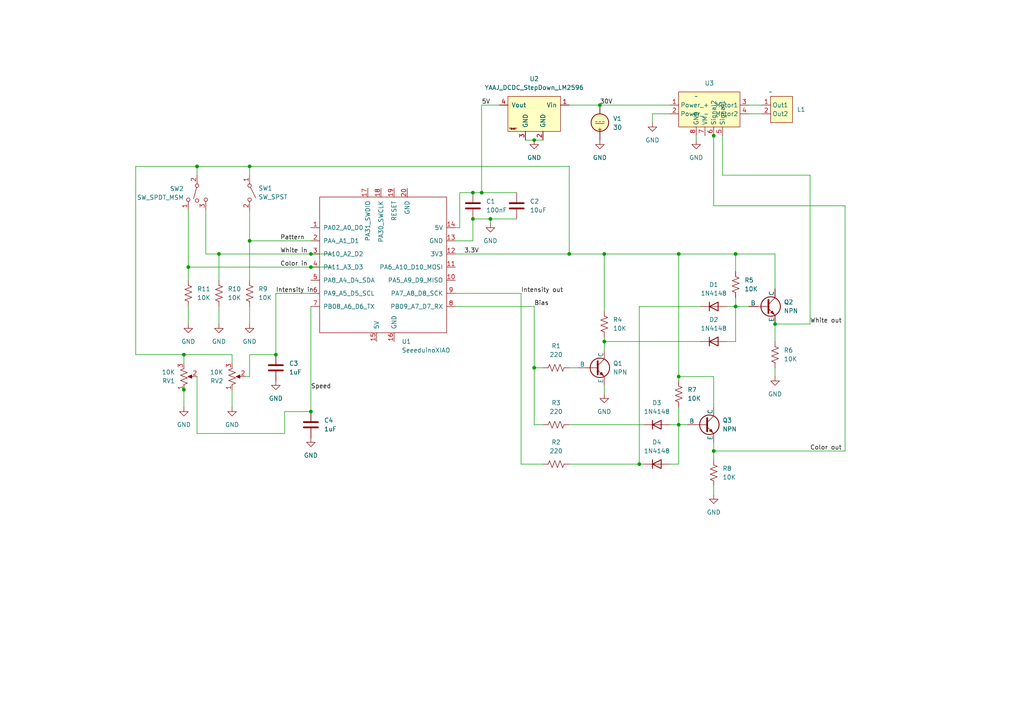
<source format=kicad_sch>
(kicad_sch (version 20230121) (generator eeschema)
  (paper "A4")
  (lib_symbols
    (symbol "Adafruit DRV8871:DRV_8871"
      (property "Reference" "U" (at 2.54 2.54 0))
      (symbol "DRV_8871_1_1"
        (rectangle (start -12.7 1.27) (end 5.08 -8.89) (fill (type background)))
        (pin power_in line (at 7.62 -2.54 180) (length 2.54) (name "Power_+") (number "1"))
        (pin power_in line (at 7.62 -5.08 180) (length 2.54) (name "Power_-") (number "2"))
        (pin power_out line (at -15.24 -2.54 0) (length 2.54) (name "Motor1") (number "3"))
        (pin power_out line (at -15.24 -5.08 0) (length 2.54) (name "Motor2") (number "4"))
        (pin input line (at -7.62 -11.43 90) (length 2.54) (name "Signal1") (number "5"))
        (pin input line (at -5.08 -11.43 90) (length 2.54) (name "Signal2") (number "6"))
        (pin power_in line (at -2.54 -11.43 90) (length 2.54) (name "VM") (number "7"))
        (pin unspecified line (at 0 -11.43 90) (length 2.54) (name "GND") (number "8"))
      )
    )
    (symbol "Adafruit DRV8871:Load"
      (property "Reference" "L" (at 0 1.27 0))
      (symbol "Load_1_1"
        (rectangle (start 0 0) (end 6.35 -7.62) (fill (type background)))
        (pin power_out line (at -2.54 -2.54 0) (length 2.54) (name "Out1") (number "1"))
        (pin power_out line (at -2.54 -5.08 0) (length 2.54) (name "Out2") (number "2"))
      )
    )
    (symbol "Device:C" (pin_numbers hide) (pin_names (offset 0.254))
      (property "Reference" "C" (at 0.635 2.54 0))
      (property "Value" "C" (at 0.635 -2.54 0))
      (symbol "C_0_1"
        (polyline (pts (xy -2.032 -0.762) (xy 2.032 -0.762)) (stroke (width 0.508)))
        (polyline (pts (xy -2.032 0.762) (xy 2.032 0.762)) (stroke (width 0.508)))
      )
      (symbol "C_1_1"
        (pin passive line (at 0 3.81 270) (length 2.794) (name "~") (number "1"))
        (pin passive line (at 0 -3.81 90) (length 2.794) (name "~") (number "2"))
      )
    )
    (symbol "Device:R_Potentiometer_US" (pin_names (offset 1.016) hide)
      (property "Reference" "RV" (at -4.445 0 90))
      (property "Value" "R_Potentiometer_US" (at -2.54 0 90))
      (symbol "R_Potentiometer_US_0_1"
        (polyline (pts (xy 0 -2.286) (xy 0 -2.54)))
        (polyline (pts (xy 0 2.54) (xy 0 2.286)))
        (polyline (pts (xy 2.54 0) (xy 1.524 0)))
        (polyline (pts (xy 1.143 0) (xy 2.286 0.508) (xy 2.286 -0.508) (xy 1.143 0)) (fill (type outline)))
        (polyline (pts (xy 0 -0.762) (xy 1.016 -1.143) (xy 0 -1.524) (xy -1.016 -1.905) (xy 0 -2.286)))
        (polyline (pts (xy 0 0.762) (xy 1.016 0.381) (xy 0 0) (xy -1.016 -0.381) (xy 0 -0.762)))
        (polyline (pts (xy 0 2.286) (xy 1.016 1.905) (xy 0 1.524) (xy -1.016 1.143) (xy 0 0.762)))
      )
      (symbol "R_Potentiometer_US_1_1"
        (pin passive line (at 0 3.81 270) (length 1.27) (name "1") (number "1"))
        (pin passive line (at 3.81 0 180) (length 1.27) (name "2") (number "2"))
        (pin passive line (at 0 -3.81 90) (length 1.27) (name "3") (number "3"))
      )
    )
    (symbol "Device:R_US" (pin_numbers hide) (pin_names (offset 0))
      (property "Reference" "R" (at 2.54 0 90))
      (property "Value" "R_US" (at -2.54 0 90))
      (symbol "R_US_0_1"
        (polyline (pts (xy 0 -2.286) (xy 0 -2.54)))
        (polyline (pts (xy 0 2.286) (xy 0 2.54)))
        (polyline (pts (xy 0 -0.762) (xy 1.016 -1.143) (xy 0 -1.524) (xy -1.016 -1.905) (xy 0 -2.286)))
        (polyline (pts (xy 0 0.762) (xy 1.016 0.381) (xy 0 0) (xy -1.016 -0.381) (xy 0 -0.762)))
        (polyline (pts (xy 0 2.286) (xy 1.016 1.905) (xy 0 1.524) (xy -1.016 1.143) (xy 0 0.762)))
      )
      (symbol "R_US_1_1"
        (pin passive line (at 0 3.81 270) (length 1.27) (name "~") (number "1"))
        (pin passive line (at 0 -3.81 90) (length 1.27) (name "~") (number "2"))
      )
    )
    (symbol "Diode:1N4148" (pin_numbers hide) (pin_names hide)
      (property "Reference" "D" (at 0 2.54 0))
      (property "Value" "1N4148" (at 0 -2.54 0))
      (symbol "1N4148_0_1"
        (polyline (pts (xy -1.27 1.27) (xy -1.27 -1.27)) (stroke (width 0.254)))
        (polyline (pts (xy 1.27 0) (xy -1.27 0)))
        (polyline (pts (xy 1.27 1.27) (xy 1.27 -1.27) (xy -1.27 0) (xy 1.27 1.27)) (stroke (width 0.254)))
      )
      (symbol "1N4148_1_1"
        (pin passive line (at -3.81 0 0) (length 2.54) (name "K") (number "1"))
        (pin passive line (at 3.81 0 180) (length 2.54) (name "A") (number "2"))
      )
    )
    (symbol "Seeed Studio xiao samd21:SeeeduinoXIAO" (pin_names (offset 1.016))
      (property "Reference" "U" (at -19.05 22.86 0))
      (property "Value" "SeeeduinoXIAO" (at -12.7 21.59 0))
      (symbol "SeeeduinoXIAO_0_1"
        (rectangle (start -19.05 20.32) (end 17.78 -19.05))
      )
      (symbol "SeeeduinoXIAO_1_1"
        (pin unspecified line (at -21.59 11.43 0) (length 2.54) (name "PA02_A0_D0") (number "1"))
        (pin unspecified line (at 20.32 -3.81 180) (length 2.54) (name "PA5_A9_D9_MISO") (number "10"))
        (pin unspecified line (at 20.32 0 180) (length 2.54) (name "PA6_A10_D10_MOSI") (number "11"))
        (pin unspecified line (at 20.32 3.81 180) (length 2.54) (name "3V3") (number "12"))
        (pin unspecified line (at 20.32 7.62 180) (length 2.54) (name "GND") (number "13"))
        (pin unspecified line (at 20.32 11.43 180) (length 2.54) (name "5V") (number "14"))
        (pin input line (at -2.54 -21.59 90) (length 2.54) (name "5V") (number "15"))
        (pin input line (at 2.54 -21.59 90) (length 2.54) (name "GND") (number "16"))
        (pin input line (at -5.08 22.86 270) (length 2.54) (name "PA31_SWDIO") (number "17"))
        (pin input line (at -1.27 22.86 270) (length 2.54) (name "PA30_SWCLK") (number "18"))
        (pin input line (at 2.54 22.86 270) (length 2.54) (name "RESET") (number "19"))
        (pin unspecified line (at -21.59 7.62 0) (length 2.54) (name "PA4_A1_D1") (number "2"))
        (pin input line (at 6.35 22.86 270) (length 2.54) (name "GND") (number "20"))
        (pin unspecified line (at -21.59 3.81 0) (length 2.54) (name "PA10_A2_D2") (number "3"))
        (pin unspecified line (at -21.59 0 0) (length 2.54) (name "PA11_A3_D3") (number "4"))
        (pin unspecified line (at -21.59 -3.81 0) (length 2.54) (name "PA8_A4_D4_SDA") (number "5"))
        (pin unspecified line (at -21.59 -7.62 0) (length 2.54) (name "PA9_A5_D5_SCL") (number "6"))
        (pin unspecified line (at -21.59 -11.43 0) (length 2.54) (name "PB08_A6_D6_TX") (number "7"))
        (pin unspecified line (at 20.32 -11.43 180) (length 2.54) (name "PB09_A7_D7_RX") (number "8"))
        (pin unspecified line (at 20.32 -7.62 180) (length 2.54) (name "PA7_A8_D8_SCK") (number "9"))
      )
    )
    (symbol "Simulation_SPICE:NPN" (pin_numbers hide) (pin_names (offset 0))
      (property "Reference" "Q" (at -2.54 7.62 0))
      (property "Value" "NPN" (at -2.54 5.08 0))
      (symbol "NPN_0_1"
        (polyline (pts (xy -2.54 0) (xy 0.635 0)) (stroke (width 0.1524)))
        (polyline (pts (xy 0.635 0.635) (xy 2.54 2.54)))
        (polyline (pts (xy 2.794 -1.27) (xy 2.794 -1.27)) (stroke (width 0.1524)))
        (polyline (pts (xy 2.794 -1.27) (xy 2.794 -1.27)) (stroke (width 0.1524)))
        (polyline (pts (xy 0.635 -0.635) (xy 2.54 -2.54) (xy 2.54 -2.54)))
        (polyline (pts (xy 0.635 1.905) (xy 0.635 -1.905) (xy 0.635 -1.905)) (stroke (width 0.508)))
        (polyline (pts (xy 1.27 -1.778) (xy 1.778 -1.27) (xy 2.286 -2.286) (xy 1.27 -1.778) (xy 1.27 -1.778)) (fill (type outline)))
        (circle (center 1.27 0) (radius 2.8194) (stroke (width 0.254)))
      )
      (symbol "NPN_1_1"
        (pin open_collector line (at 2.54 5.08 270) (length 2.54) (name "C") (number "1"))
        (pin input line (at -5.08 0 0) (length 2.54) (name "B") (number "2"))
        (pin open_emitter line (at 2.54 -5.08 90) (length 2.54) (name "E") (number "3"))
      )
    )
    (symbol "Simulation_SPICE:VDC" (pin_numbers hide) (pin_names (offset 0.0254))
      (property "Reference" "V" (at 2.54 2.54 0))
      (property "Value" "1" (at 2.54 0 0))
      (symbol "VDC_0_0"
        (polyline (pts (xy -1.27 0.254) (xy 1.27 0.254)))
        (polyline (pts (xy -0.762 -0.254) (xy -1.27 -0.254)))
        (polyline (pts (xy 0.254 -0.254) (xy -0.254 -0.254)))
        (polyline (pts (xy 1.27 -0.254) (xy 0.762 -0.254)))
        (text "+" (at 0 1.905 0) (effects (font (size 1.27 1.27))))
      )
      (symbol "VDC_0_1"
        (circle (center 0 0) (radius 2.54) (stroke (width 0.254)) (fill (type background)))
      )
      (symbol "VDC_1_1"
        (pin passive line (at 0 5.08 270) (length 2.54) (name "~") (number "1"))
        (pin passive line (at 0 -5.08 90) (length 2.54) (name "~") (number "2"))
      )
    )
    (symbol "Switch:SW_SPDT_MSM" (pin_names (offset 0) hide)
      (property "Reference" "SW" (at 0 5.08 0))
      (property "Value" "SW_SPDT_MSM" (at 0 -5.08 0))
      (symbol "SW_SPDT_MSM_0_0"
        (circle (center -2.032 0) (radius 0.508))
        (polyline (pts (xy -1.524 0.127) (xy 1.778 1.016)))
        (circle (center 2.032 -2.54) (radius 0.508))
      )
      (symbol "SW_SPDT_MSM_0_1"
        (circle (center 2.032 2.54) (radius 0.508))
        (circle (center 2.286 0) (radius 0.508))
      )
      (symbol "SW_SPDT_MSM_1_1"
        (pin passive line (at 5.08 2.54 180) (length 2.54) (name "1") (number "1"))
        (pin passive line (at -5.08 0 0) (length 2.54) (name "2") (number "2"))
        (pin passive line (at 5.08 -2.54 180) (length 2.54) (name "3") (number "3"))
      )
    )
    (symbol "Switch:SW_SPST" (pin_names (offset 0) hide)
      (property "Reference" "SW" (at 0 3.175 0))
      (property "Value" "SW_SPST" (at 0 -2.54 0))
      (symbol "SW_SPST_0_0"
        (circle (center -2.032 0) (radius 0.508))
        (polyline (pts (xy -1.524 0.254) (xy 1.524 1.778)))
        (circle (center 2.032 0) (radius 0.508))
      )
      (symbol "SW_SPST_1_1"
        (pin passive line (at -5.08 0 0) (length 2.54) (name "A") (number "1"))
        (pin passive line (at 5.08 0 180) (length 2.54) (name "B") (number "2"))
      )
    )
    (symbol "lm2596-board:YAAJ_DCDC_StepDown_LM2596" (pin_names (offset 1.016))
      (property "Reference" "U" (at -5.08 6.35 0))
      (property "Value" "YAAJ_DCDC_StepDown_LM2596" (at 0 11.43 0))
      (symbol "YAAJ_DCDC_StepDown_LM2596_0_1"
        (rectangle (start -7.62 5.08) (end 7.62 -5.08) (fill (type background)))
      )
      (symbol "YAAJ_DCDC_StepDown_LM2596_1_1"
        (text "Y@@V" (at 6.1976 -4.2672 0) (effects (font (size 0.508 0.508))))
        (pin power_in line (at -10.16 2.54 0) (length 2.54) (name "Vin") (number "1"))
        (pin power_in line (at -2.54 -7.62 90) (length 2.54) (name "GND") (number "2"))
        (pin power_in line (at 2.54 -7.62 90) (length 2.54) (name "GND") (number "3"))
        (pin power_out line (at 10.16 2.54 180) (length 2.54) (name "Vout") (number "4"))
      )
    )
    (symbol "power:GND" (power) (pin_names (offset 0))
      (property "Value" "GND" (at 0 -3.81 0))
      (symbol "GND_0_1"
        (polyline (pts (xy 0 0) (xy 0 -1.27) (xy 1.27 -1.27) (xy 0 -2.54) (xy -1.27 -1.27) (xy 0 -1.27)))
      )
      (symbol "GND_1_1"
        (pin power_in line (at 0 0 270) (length 0) hide (name "GND") (number "1"))
      )
    )
  )
  (junction (at 137.16 63.5))
  (junction (at 213.36 73.66))
  (junction (at 90.17 119.38))
  (junction (at 53.34 102.87))
  (junction (at 154.94 106.68))
  (junction (at 196.85 109.22))
  (junction (at 175.26 73.66))
  (junction (at 90.17 73.66))
  (junction (at 207.01 130.81))
  (junction (at 90.17 77.47))
  (junction (at 57.15 48.26))
  (junction (at 173.99 30.48))
  (junction (at 139.7 55.88))
  (junction (at 72.39 69.85))
  (junction (at 53.34 113.03))
  (junction (at 137.16 55.88))
  (junction (at 142.24 63.5))
  (junction (at 63.5 73.66))
  (junction (at 224.79 93.98))
  (junction (at 207.01 39.37))
  (junction (at 80.01 102.87))
  (junction (at 54.61 77.47))
  (junction (at 213.36 88.9))
  (junction (at 175.26 99.06))
  (junction (at 196.85 73.66))
  (junction (at 154.94 40.64))
  (junction (at 72.39 48.26))
  (junction (at 196.85 123.19))
  (junction (at 185.42 134.62))
  (junction (at 165.1 73.66))
  (wire (pts (xy 71.12 109.22) (xy 72.39 109.22)))
  (wire (pts (xy 194.31 123.19) (xy 196.85 123.19)))
  (wire (pts (xy 224.79 73.66) (xy 224.79 83.82)))
  (wire (pts (xy 175.26 73.66) (xy 175.26 90.17)))
  (wire (pts (xy 39.37 102.87) (xy 39.37 48.26)))
  (wire (pts (xy 207.01 109.22) (xy 196.85 109.22)))
  (wire (pts (xy 194.31 134.62) (xy 196.85 134.62)))
  (wire (pts (xy 137.16 55.88) (xy 139.7 55.88)))
  (wire (pts (xy 142.24 63.5) (xy 137.16 63.5)))
  (wire (pts (xy 210.82 88.9) (xy 213.36 88.9)))
  (wire (pts (xy 196.85 110.49) (xy 196.85 109.22)))
  (wire (pts (xy 137.16 69.85) (xy 137.16 63.5)))
  (wire (pts (xy 165.1 123.19) (xy 186.69 123.19)))
  (wire (pts (xy 196.85 134.62) (xy 196.85 123.19)))
  (wire (pts (xy 72.39 102.87) (xy 80.01 102.87)))
  (wire (pts (xy 142.24 63.5) (xy 142.24 64.77)))
  (wire (pts (xy 53.34 113.03) (xy 53.34 118.11)))
  (wire (pts (xy 80.01 85.09) (xy 90.17 85.09)))
  (wire (pts (xy 142.24 63.5) (xy 149.86 63.5)))
  (wire (pts (xy 185.42 134.62) (xy 186.69 134.62)))
  (wire (pts (xy 72.39 48.26) (xy 165.1 48.26)))
  (wire (pts (xy 207.01 128.27) (xy 207.01 130.81)))
  (wire (pts (xy 213.36 88.9) (xy 217.17 88.9)))
  (wire (pts (xy 213.36 73.66) (xy 213.36 78.74)))
  (wire (pts (xy 207.01 109.22) (xy 207.01 118.11)))
  (wire (pts (xy 57.15 109.22) (xy 57.15 125.73)))
  (wire (pts (xy 63.5 73.66) (xy 63.5 81.28)))
  (wire (pts (xy 132.08 73.66) (xy 165.1 73.66)))
  (wire (pts (xy 63.5 73.66) (xy 59.69 73.66)))
  (wire (pts (xy 132.08 85.09) (xy 151.13 85.09)))
  (wire (pts (xy 213.36 88.9) (xy 213.36 99.06)))
  (wire (pts (xy 234.95 50.8) (xy 234.95 93.98)))
  (wire (pts (xy 151.13 85.09) (xy 151.13 134.62)))
  (wire (pts (xy 175.26 97.79) (xy 175.26 99.06)))
  (wire (pts (xy 54.61 88.9) (xy 54.61 93.98)))
  (wire (pts (xy 245.11 59.69) (xy 245.11 130.81)))
  (wire (pts (xy 175.26 73.66) (xy 196.85 73.66)))
  (wire (pts (xy 54.61 77.47) (xy 54.61 81.28)))
  (wire (pts (xy 96.52 73.66) (xy 90.17 73.66)))
  (wire (pts (xy 196.85 123.19) (xy 199.39 123.19)))
  (wire (pts (xy 207.01 130.81) (xy 207.01 133.35)))
  (wire (pts (xy 185.42 88.9) (xy 185.42 134.62)))
  (wire (pts (xy 139.7 30.48) (xy 139.7 55.88)))
  (wire (pts (xy 133.35 66.04) (xy 133.35 55.88)))
  (wire (pts (xy 196.85 73.66) (xy 213.36 73.66)))
  (wire (pts (xy 217.17 33.02) (xy 220.98 33.02)))
  (wire (pts (xy 80.01 85.09) (xy 80.01 102.87)))
  (wire (pts (xy 224.79 93.98) (xy 224.79 99.06)))
  (wire (pts (xy 213.36 86.36) (xy 213.36 88.9)))
  (wire (pts (xy 133.35 55.88) (xy 137.16 55.88)))
  (wire (pts (xy 82.55 119.38) (xy 90.17 119.38)))
  (wire (pts (xy 189.23 33.02) (xy 194.31 33.02)))
  (wire (pts (xy 132.08 69.85) (xy 137.16 69.85)))
  (wire (pts (xy 72.39 69.85) (xy 90.17 69.85)))
  (wire (pts (xy 132.08 66.04) (xy 133.35 66.04)))
  (wire (pts (xy 72.39 60.96) (xy 72.39 69.85)))
  (wire (pts (xy 175.26 99.06) (xy 175.26 101.6)))
  (wire (pts (xy 154.94 88.9) (xy 132.08 88.9)))
  (wire (pts (xy 165.1 73.66) (xy 175.26 73.66)))
  (wire (pts (xy 54.61 60.96) (xy 54.61 77.47)))
  (wire (pts (xy 67.31 102.87) (xy 67.31 105.41)))
  (wire (pts (xy 213.36 73.66) (xy 224.79 73.66)))
  (wire (pts (xy 63.5 88.9) (xy 63.5 93.98)))
  (wire (pts (xy 72.39 50.8) (xy 72.39 48.26)))
  (wire (pts (xy 39.37 48.26) (xy 57.15 48.26)))
  (wire (pts (xy 207.01 38.1) (xy 207.01 39.37)))
  (wire (pts (xy 154.94 123.19) (xy 157.48 123.19)))
  (wire (pts (xy 63.5 73.66) (xy 90.17 73.66)))
  (wire (pts (xy 154.94 88.9) (xy 154.94 106.68)))
  (wire (pts (xy 224.79 93.98) (xy 234.95 93.98)))
  (wire (pts (xy 57.15 48.26) (xy 57.15 50.8)))
  (wire (pts (xy 173.99 30.48) (xy 194.31 30.48)))
  (wire (pts (xy 72.39 69.85) (xy 72.39 81.28)))
  (wire (pts (xy 96.52 77.47) (xy 90.17 77.47)))
  (wire (pts (xy 53.34 111.76) (xy 53.34 113.03)))
  (wire (pts (xy 175.26 99.06) (xy 203.2 99.06)))
  (wire (pts (xy 165.1 106.68) (xy 167.64 106.68)))
  (wire (pts (xy 53.34 102.87) (xy 67.31 102.87)))
  (wire (pts (xy 175.26 111.76) (xy 175.26 114.3)))
  (wire (pts (xy 217.17 30.48) (xy 220.98 30.48)))
  (wire (pts (xy 151.13 134.62) (xy 157.48 134.62)))
  (wire (pts (xy 207.01 59.69) (xy 245.11 59.69)))
  (wire (pts (xy 82.55 125.73) (xy 82.55 119.38)))
  (wire (pts (xy 207.01 39.37) (xy 207.01 59.69)))
  (wire (pts (xy 201.93 39.37) (xy 201.93 40.64)))
  (wire (pts (xy 209.55 39.37) (xy 209.55 50.8)))
  (wire (pts (xy 139.7 55.88) (xy 149.86 55.88)))
  (wire (pts (xy 53.34 102.87) (xy 39.37 102.87)))
  (wire (pts (xy 196.85 73.66) (xy 196.85 109.22)))
  (wire (pts (xy 72.39 88.9) (xy 72.39 93.98)))
  (wire (pts (xy 157.48 106.68) (xy 154.94 106.68)))
  (wire (pts (xy 59.69 73.66) (xy 59.69 60.96)))
  (wire (pts (xy 154.94 40.64) (xy 157.48 40.64)))
  (wire (pts (xy 139.7 30.48) (xy 144.78 30.48)))
  (wire (pts (xy 154.94 106.68) (xy 154.94 123.19)))
  (wire (pts (xy 57.15 48.26) (xy 72.39 48.26)))
  (wire (pts (xy 165.1 48.26) (xy 165.1 73.66)))
  (wire (pts (xy 210.82 99.06) (xy 213.36 99.06)))
  (wire (pts (xy 209.55 50.8) (xy 234.95 50.8)))
  (wire (pts (xy 67.31 113.03) (xy 67.31 118.11)))
  (wire (pts (xy 72.39 109.22) (xy 72.39 102.87)))
  (wire (pts (xy 207.01 140.97) (xy 207.01 143.51)))
  (wire (pts (xy 165.1 30.48) (xy 173.99 30.48)))
  (wire (pts (xy 152.4 40.64) (xy 154.94 40.64)))
  (wire (pts (xy 54.61 77.47) (xy 90.17 77.47)))
  (wire (pts (xy 207.01 130.81) (xy 245.11 130.81)))
  (wire (pts (xy 53.34 105.41) (xy 53.34 102.87)))
  (wire (pts (xy 90.17 88.9) (xy 90.17 119.38)))
  (wire (pts (xy 189.23 33.02) (xy 189.23 35.56)))
  (wire (pts (xy 196.85 118.11) (xy 196.85 123.19)))
  (wire (pts (xy 57.15 125.73) (xy 82.55 125.73)))
  (wire (pts (xy 224.79 106.68) (xy 224.79 109.22)))
  (wire (pts (xy 185.42 88.9) (xy 203.2 88.9)))
  (wire (pts (xy 165.1 134.62) (xy 185.42 134.62)))
  (label "White in" (at 81.28 73.66 0))
  (label "Color in" (at 81.28 77.47 0))
  (label "Pattern" (at 81.28 69.85 0))
  (label "Speed" (at 90.17 113.03 0))
  (label "3.3V" (at 134.62 73.66 0))
  (label "5V" (at 139.7 30.48 0))
  (label "Intensity in" (at 80.01 85.09 0))
  (label "30V" (at 173.99 30.48 0))
  (label "Intensity out" (at 151.13 85.09 0))
  (label "White out" (at 234.95 93.98 0))
  (label "Bias" (at 154.94 88.9 0))
  (label "Color out" (at 234.95 130.81 0))
  (symbol (lib_id "Switch:SW_SPDT_MSM") (at 57.15 55.88 90) (mirror x) (unit 1)
    (property "Reference" "SW2" (at 53.34 54.737 90) (effects (justify left)))
    (property "Value" "SW_SPDT_MSM" (at 53.34 57.277 90) (effects (justify left)))
    (property "Footprint" "Switches:2P3T" (effects hide))
  )
  (symbol (lib_id "Adafruit DRV8871:Load") (at 223.52 27.94 0) (unit 1)
    (property "Reference" "L1" (at 231.14 31.75 0) (effects (justify left)))
    (property "Value" "~" (at 223.52 26.67 0))
    (property "Footprint" "switches:Terminal block" (effects hide))
  )
  (symbol (lib_id "power:GND") (at 207.01 143.51 0) (unit 1)
    (property "Reference" "#PWR01" (effects hide))
    (property "Value" "GND" (at 207.01 148.59 0))
  )
  (symbol (lib_id "Simulation_SPICE:NPN") (at 204.47 123.19 0) (unit 1)
    (property "Reference" "Q3" (at 209.55 121.92 0) (effects (justify left)))
    (property "Value" "NPN" (at 209.55 124.46 0) (effects (justify left)))
    (property "Footprint" "Tree:2n3094" (effects hide))
    (property "Sim.Device" "NPN" (effects hide))
    (property "Sim.Type" "GUMMELPOON" (effects hide))
    (property "Sim.Pins" "1=C 2=B 3=E" (effects hide))
  )
  (symbol (lib_id "power:GND") (at 80.01 110.49 0) (unit 1)
    (property "Reference" "#PWR015" (effects hide))
    (property "Value" "GND" (at 80.01 115.57 0))
  )
  (symbol (lib_id "Device:R_US") (at 213.36 82.55 180) (unit 1)
    (property "Reference" "R5" (at 215.9 81.28 0) (effects (justify right)))
    (property "Value" "10K" (at 215.9 83.82 0) (effects (justify right)))
    (property "Footprint" "Resistor_THT:R_Axial_DIN0207_L6.3mm_D2.5mm_P7.62mm_Horizontal" (effects hide))
  )
  (symbol (lib_id "Device:C") (at 149.86 59.69 0) (unit 1)
    (property "Reference" "C2" (at 153.67 58.42 0) (effects (justify left)))
    (property "Value" "10uF" (at 153.67 60.96 0) (effects (justify left)))
    (property "Footprint" "Capacitor_THT:C_Disc_D5.1mm_W3.2mm_P5.00mm" (effects hide))
  )
  (symbol (lib_id "power:GND") (at 189.23 35.56 0) (unit 1)
    (property "Reference" "#PWR012" (effects hide))
    (property "Value" "GND" (at 189.23 40.64 0))
  )
  (symbol (lib_id "power:GND") (at 53.34 118.11 0) (unit 1)
    (property "Reference" "#PWR014" (effects hide))
    (property "Value" "GND" (at 53.34 123.19 0))
  )
  (symbol (lib_id "Device:R_US") (at 161.29 106.68 90) (unit 1)
    (property "Reference" "R1" (at 161.29 100.33 90))
    (property "Value" "220" (at 161.29 102.87 90))
    (property "Footprint" "Resistor_THT:R_Axial_DIN0207_L6.3mm_D2.5mm_P7.62mm_Horizontal" (effects hide))
  )
  (symbol (lib_id "power:GND") (at 90.17 127 0) (unit 1)
    (property "Reference" "#PWR07" (effects hide))
    (property "Value" "GND" (at 90.17 132.08 0))
  )
  (symbol (lib_id "power:GND") (at 224.79 109.22 0) (unit 1)
    (property "Reference" "#PWR02" (effects hide))
    (property "Value" "GND" (at 224.79 114.3 0))
  )
  (symbol (lib_id "Device:R_US") (at 161.29 123.19 90) (unit 1)
    (property "Reference" "R3" (at 161.29 116.84 90))
    (property "Value" "220" (at 161.29 119.38 90))
    (property "Footprint" "Resistor_THT:R_Axial_DIN0207_L6.3mm_D2.5mm_P7.62mm_Horizontal" (effects hide))
  )
  (symbol (lib_id "power:GND") (at 175.26 114.3 0) (unit 1)
    (property "Reference" "#PWR04" (effects hide))
    (property "Value" "GND" (at 175.26 119.38 0))
  )
  (symbol (lib_id "lm2596-board:YAAJ_DCDC_StepDown_LM2596") (at 154.94 33.02 0) (mirror y) (unit 1)
    (property "Reference" "U2" (at 154.94 22.86 0))
    (property "Value" "YAAJ_DCDC_StepDown_LM2596" (at 154.94 25.4 0))
    (property "Footprint" "lm2596-board:YAAJ_DCDC_StepDown_LM2596" (effects hide))
  )
  (symbol (lib_id "Simulation_SPICE:NPN") (at 172.72 106.68 0) (unit 1)
    (property "Reference" "Q1" (at 177.8 105.41 0) (effects (justify left)))
    (property "Value" "NPN" (at 177.8 107.95 0) (effects (justify left)))
    (property "Footprint" "Tree:2n3094" (effects hide))
    (property "Sim.Device" "NPN" (effects hide))
    (property "Sim.Type" "GUMMELPOON" (effects hide))
    (property "Sim.Pins" "1=C 2=B 3=E" (effects hide))
  )
  (symbol (lib_id "Device:R_US") (at 63.5 85.09 180) (unit 1)
    (property "Reference" "R10" (at 66.04 83.82 0) (effects (justify right)))
    (property "Value" "10K" (at 66.04 86.36 0) (effects (justify right)))
    (property "Footprint" "Resistor_THT:R_Axial_DIN0207_L6.3mm_D2.5mm_P7.62mm_Horizontal" (effects hide))
  )
  (symbol (lib_id "Switch:SW_SPST") (at 72.39 55.88 270) (unit 1)
    (property "Reference" "SW1" (at 74.93 54.61 90) (effects (justify left)))
    (property "Value" "SW_SPST" (at 74.93 57.15 90) (effects (justify left)))
    (property "Footprint" "Switches:2P2T" (effects hide))
  )
  (symbol (lib_id "Device:R_US") (at 224.79 102.87 180) (unit 1)
    (property "Reference" "R6" (at 227.33 101.6 0) (effects (justify right)))
    (property "Value" "10K" (at 227.33 104.14 0) (effects (justify right)))
    (property "Footprint" "Resistor_THT:R_Axial_DIN0207_L6.3mm_D2.5mm_P7.62mm_Horizontal" (effects hide))
  )
  (symbol (lib_id "power:GND") (at 67.31 118.11 0) (unit 1)
    (property "Reference" "#PWR06" (effects hide))
    (property "Value" "GND" (at 67.31 123.19 0))
  )
  (symbol (lib_id "Device:R_US") (at 196.85 114.3 180) (unit 1)
    (property "Reference" "R7" (at 199.39 113.03 0) (effects (justify right)))
    (property "Value" "10K" (at 199.39 115.57 0) (effects (justify right)))
    (property "Footprint" "Resistor_THT:R_Axial_DIN0207_L6.3mm_D2.5mm_P7.62mm_Horizontal" (effects hide))
  )
  (symbol (lib_id "Device:C") (at 80.01 106.68 180) (unit 1)
    (property "Reference" "C3" (at 83.82 105.41 0) (effects (justify right)))
    (property "Value" "1uF" (at 83.82 107.95 0) (effects (justify right)))
    (property "Footprint" "Capacitor_THT:C_Disc_D5.0mm_W2.5mm_P5.00mm" (effects hide))
  )
  (symbol (lib_id "Device:R_US") (at 72.39 85.09 180) (unit 1)
    (property "Reference" "R9" (at 74.93 83.82 0) (effects (justify right)))
    (property "Value" "10K" (at 74.93 86.36 0) (effects (justify right)))
    (property "Footprint" "Resistor_THT:R_Axial_DIN0207_L6.3mm_D2.5mm_P7.62mm_Horizontal" (effects hide))
  )
  (symbol (lib_id "Device:R_Potentiometer_US") (at 53.34 109.22 0) (mirror x) (unit 1)
    (property "Reference" "RV1" (at 50.8 110.49 0) (effects (justify right)))
    (property "Value" "10K" (at 50.8 107.95 0) (effects (justify right)))
    (property "Footprint" "Adafruit Potentiometer:Adafruit Potentiometer" (effects hide))
  )
  (symbol (lib_id "power:GND") (at 154.94 40.64 0) (unit 1)
    (property "Reference" "#PWR05" (effects hide))
    (property "Value" "GND" (at 154.94 45.72 0))
  )
  (symbol (lib_id "Diode:1N4148") (at 190.5 134.62 0) (unit 1)
    (property "Reference" "D4" (at 190.5 128.27 0))
    (property "Value" "1N4148" (at 190.5 130.81 0))
    (property "Footprint" "Diode_THT:D_T-1_P5.08mm_Horizontal" (effects hide))
    (property "Datasheet" "https://assets.nexperia.com/documents/data-sheet/1N4148_1N4448.pdf" (effects hide))
    (property "Sim.Device" "D" (effects hide))
    (property "Sim.Pins" "1=K 2=A" (effects hide))
  )
  (symbol (lib_id "Diode:1N4148") (at 190.5 123.19 0) (unit 1)
    (property "Reference" "D3" (at 190.5 116.84 0))
    (property "Value" "1N4148" (at 190.5 119.38 0))
    (property "Footprint" "Diode_THT:D_T-1_P5.08mm_Horizontal" (effects hide))
    (property "Datasheet" "https://assets.nexperia.com/documents/data-sheet/1N4148_1N4448.pdf" (effects hide))
    (property "Sim.Device" "D" (effects hide))
    (property "Sim.Pins" "1=K 2=A" (effects hide))
  )
  (symbol (lib_id "Device:C") (at 137.16 59.69 0) (unit 1)
    (property "Reference" "C1" (at 140.97 58.42 0) (effects (justify left)))
    (property "Value" "100nF" (at 140.97 60.96 0) (effects (justify left)))
    (property "Footprint" "Capacitor_THT:C_Disc_D5.0mm_W2.5mm_P5.00mm" (effects hide))
  )
  (symbol (lib_id "Diode:1N4148") (at 207.01 88.9 0) (unit 1)
    (property "Reference" "D1" (at 207.01 82.55 0))
    (property "Value" "1N4148" (at 207.01 85.09 0))
    (property "Footprint" "Diode_THT:D_T-1_P5.08mm_Horizontal" (effects hide))
    (property "Datasheet" "https://assets.nexperia.com/documents/data-sheet/1N4148_1N4448.pdf" (effects hide))
    (property "Sim.Device" "D" (effects hide))
    (property "Sim.Pins" "1=K 2=A" (effects hide))
  )
  (symbol (lib_id "Seeed Studio xiao samd21:SeeeduinoXIAO") (at 111.76 77.47 0) (unit 1)
    (property "Reference" "U1" (at 116.4941 99.06 0) (effects (justify left)))
    (property "Value" "SeeeduinoXIAO" (at 116.4941 101.6 0) (effects (justify left)))
    (property "Footprint" "Seeed Studio xiao samd21:Seeeduino XIAO-MOUDLE14P-2.54-21X17.8MM" (effects hide))
  )
  (symbol (lib_id "power:GND") (at 142.24 64.77 0) (unit 1)
    (property "Reference" "#PWR03" (effects hide))
    (property "Value" "GND" (at 142.24 69.85 0))
  )
  (symbol (lib_id "power:GND") (at 63.5 93.98 0) (unit 1)
    (property "Reference" "#PWR09" (effects hide))
    (property "Value" "GND" (at 63.5 99.06 0))
  )
  (symbol (lib_id "Simulation_SPICE:NPN") (at 222.25 88.9 0) (unit 1)
    (property "Reference" "Q2" (at 227.33 87.63 0) (effects (justify left)))
    (property "Value" "NPN" (at 227.33 90.17 0) (effects (justify left)))
    (property "Footprint" "Tree:2n3094" (effects hide))
    (property "Sim.Device" "NPN" (effects hide))
    (property "Sim.Type" "GUMMELPOON" (effects hide))
    (property "Sim.Pins" "1=C 2=B 3=E" (effects hide))
  )
  (symbol (lib_id "power:GND") (at 201.93 40.64 0) (unit 1)
    (property "Reference" "#PWR013" (effects hide))
    (property "Value" "GND" (at 201.93 45.72 0))
  )
  (symbol (lib_id "power:GND") (at 173.99 40.64 0) (unit 1)
    (property "Reference" "#PWR011" (effects hide))
    (property "Value" "GND" (at 173.99 45.72 0))
  )
  (symbol (lib_id "Device:R_US") (at 54.61 85.09 180) (unit 1)
    (property "Reference" "R11" (at 57.15 83.82 0) (effects (justify right)))
    (property "Value" "10K" (at 57.15 86.36 0) (effects (justify right)))
    (property "Footprint" "Resistor_THT:R_Axial_DIN0207_L6.3mm_D2.5mm_P7.62mm_Horizontal" (effects hide))
  )
  (symbol (lib_id "Device:R_US") (at 207.01 137.16 180) (unit 1)
    (property "Reference" "R8" (at 209.55 135.89 0) (effects (justify right)))
    (property "Value" "10K" (at 209.55 138.43 0) (effects (justify right)))
    (property "Footprint" "Resistor_THT:R_Axial_DIN0207_L6.3mm_D2.5mm_P7.62mm_Horizontal" (effects hide))
  )
  (symbol (lib_id "Device:R_US") (at 175.26 93.98 180) (unit 1)
    (property "Reference" "R4" (at 177.8 92.71 0) (effects (justify right)))
    (property "Value" "10K" (at 177.8 95.25 0) (effects (justify right)))
    (property "Footprint" "Resistor_THT:R_Axial_DIN0207_L6.3mm_D2.5mm_P7.62mm_Horizontal" (effects hide))
  )
  (symbol (lib_id "power:GND") (at 72.39 93.98 0) (unit 1)
    (property "Reference" "#PWR08" (effects hide))
    (property "Value" "GND" (at 72.39 99.06 0))
  )
  (symbol (lib_id "power:GND") (at 54.61 93.98 0) (unit 1)
    (property "Reference" "#PWR010" (effects hide))
    (property "Value" "GND" (at 54.61 99.06 0))
  )
  (symbol (lib_id "Device:R_Potentiometer_US") (at 67.31 109.22 0) (mirror x) (unit 1)
    (property "Reference" "RV2" (at 64.77 110.49 0) (effects (justify right)))
    (property "Value" "10K" (at 64.77 107.95 0) (effects (justify right)))
    (property "Footprint" "Adafruit Potentiometer:Adafruit Potentiometer" (effects hide))
  )
  (symbol (lib_id "Simulation_SPICE:VDC") (at 173.99 35.56 180) (unit 1)
    (property "Reference" "V1" (at 177.8 34.4198 0) (effects (justify right)))
    (property "Value" "30" (at 177.8 36.9598 0) (effects (justify right)))
    (property "Footprint" "switches:Terminal block" (effects hide))
    (property "Sim.Pins" "1=+ 2=-" (effects hide))
    (property "Sim.Type" "DC" (effects hide))
    (property "Sim.Device" "V" (effects hide))
  )
  (symbol (lib_id "Device:R_US") (at 161.29 134.62 90) (unit 1)
    (property "Reference" "R2" (at 161.29 128.27 90))
    (property "Value" "220" (at 161.29 130.81 90))
    (property "Footprint" "Resistor_THT:R_Axial_DIN0207_L6.3mm_D2.5mm_P7.62mm_Horizontal" (effects hide))
  )
  (symbol (lib_id "Adafruit DRV8871:DRV_8871") (at 201.93 27.94 0) (mirror y) (unit 1)
    (property "Reference" "U3" (at 205.74 24.13 0))
    (property "Value" "~" (at 201.93 27.94 0))
    (property "Footprint" "Adafruit DRV8871:Adafruit DRV8871" (effects hide))
  )
  (symbol (lib_id "Diode:1N4148") (at 207.01 99.06 0) (unit 1)
    (property "Reference" "D2" (at 207.01 92.71 0))
    (property "Value" "1N4148" (at 207.01 95.25 0))
    (property "Footprint" "Diode_THT:D_T-1_P5.08mm_Horizontal" (effects hide))
    (property "Datasheet" "https://assets.nexperia.com/documents/data-sheet/1N4148_1N4448.pdf" (effects hide))
    (property "Sim.Device" "D" (effects hide))
    (property "Sim.Pins" "1=K 2=A" (effects hide))
  )
  (symbol (lib_id "Device:C") (at 90.17 123.19 180) (unit 1)
    (property "Reference" "C4" (at 93.98 121.92 0) (effects (justify right)))
    (property "Value" "1uF" (at 93.98 124.46 0) (effects (justify right)))
    (property "Footprint" "Capacitor_THT:C_Disc_D5.0mm_W2.5mm_P5.00mm" (effects hide))
  )
)
</source>
